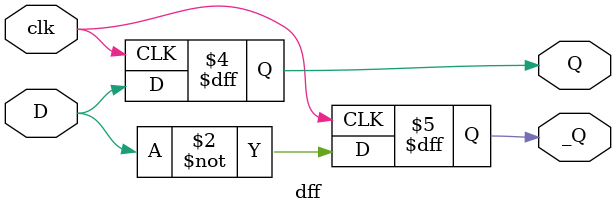
<source format=v>
`timescale 1ns/1ns
module dff  (Q, _Q, D, clk);
  output reg Q, _Q;
  input   D, clk;
  
  //wire w1,w2;
  initial
    begin
      Q   <=  1'b0;
      _Q  <=  1'b1;
    end
  
  always @(posedge clk)
    begin
      Q   <=   D;
      _Q  <=  ~D;
    end
  
  /*
  nand  g1  (w1,D,clk);
  nand  g2  (w2,w1,clk);
  nand  g3  (Q,_Q,w1);
  nand  g4  (_Q,Q,w2);
  */
endmodule
</source>
